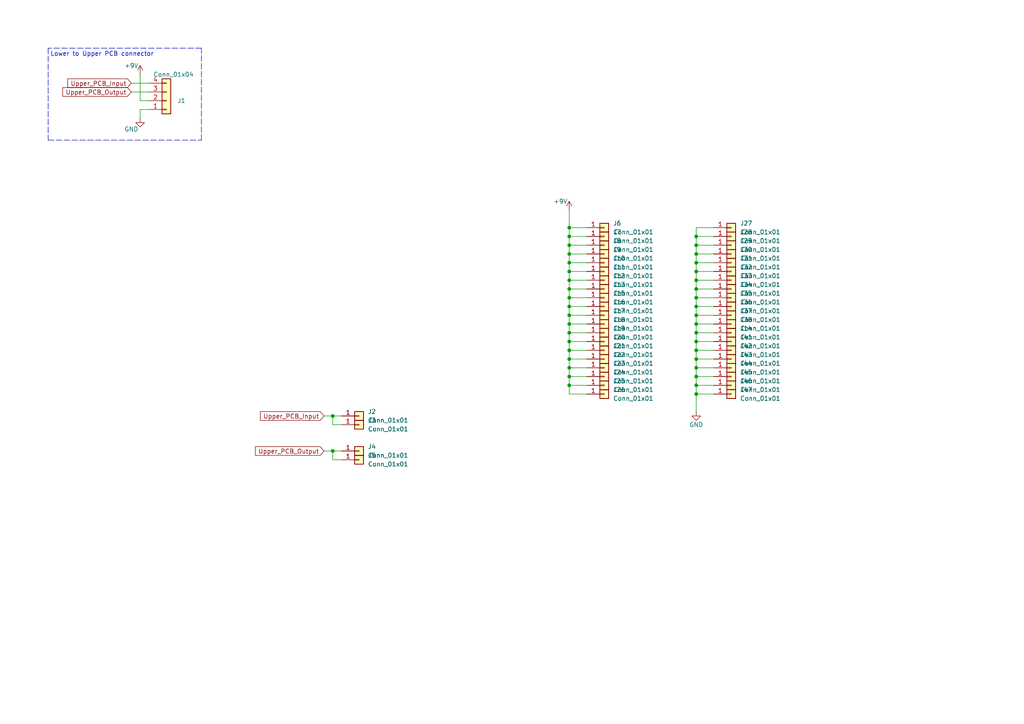
<source format=kicad_sch>
(kicad_sch (version 20211123) (generator eeschema)
  (paper "A4")
  (title_block (title "PedalDev_UpperRaw") (date "2022-02-21") (company "Binary-6"))
  (lib_symbols
    (symbol "Connector_Generic:Conn_01x01" (pin_names (offset 1.016) hide)
      (property "Reference" "J" (at 0 2.54 0))
      (property "Value" "Conn_01x01" (at 0 -2.54 0))
      (symbol "Conn_01x01_1_1"
        (rectangle (start -1.27 0.127) (end 0 -0.127) (stroke (width 0.1524)))
        (rectangle (start -1.27 1.27) (end 1.27 -1.27) (stroke (width 0.254)) (fill (type background)))
        (pin passive line (at -5.08 0 0) (length 3.81) (name "Pin_1") (number "1"))
      )
    )
    (symbol "Connector_Generic:Conn_01x04" (pin_names (offset 1.016) hide)
      (property "Reference" "J" (at 0 5.08 0))
      (property "Value" "Conn_01x04" (at 0 -7.62 0))
      (symbol "Conn_01x04_1_1"
        (rectangle (start -1.27 -4.953) (end 0 -5.207) (stroke (width 0.1524)))
        (rectangle (start -1.27 -2.413) (end 0 -2.667) (stroke (width 0.1524)))
        (rectangle (start -1.27 0.127) (end 0 -0.127) (stroke (width 0.1524)))
        (rectangle (start -1.27 2.667) (end 0 2.413) (stroke (width 0.1524)))
        (rectangle (start -1.27 3.81) (end 1.27 -6.35) (stroke (width 0.254)) (fill (type background)))
        (pin passive line (at -5.08 2.54 0) (length 3.81) (name "Pin_1") (number "1"))
        (pin passive line (at -5.08 0 0) (length 3.81) (name "Pin_2") (number "2"))
        (pin passive line (at -5.08 -2.54 0) (length 3.81) (name "Pin_3") (number "3"))
        (pin passive line (at -5.08 -5.08 0) (length 3.81) (name "Pin_4") (number "4"))
      )
    )
    (symbol "power:+9V" (power) (pin_names (offset 0))
      (property "Value" "+9V" (at 0 3.556 0))
      (symbol "+9V_0_1"
        (polyline (pts (xy -0.762 1.27) (xy 0 2.54)))
        (polyline (pts (xy 0 0) (xy 0 2.54)))
        (polyline (pts (xy 0 2.54) (xy 0.762 1.27)))
      )
      (symbol "+9V_1_1"
        (pin power_in line (at 0 0 90) (length 0) hide (name "+9V") (number "1"))
      )
    )
    (symbol "power:GND" (power) (pin_names (offset 0))
      (property "Value" "GND" (at 0 -3.81 0))
      (symbol "GND_0_1"
        (polyline (pts (xy 0 0) (xy 0 -1.27) (xy 1.27 -1.27) (xy 0 -2.54) (xy -1.27 -1.27) (xy 0 -1.27)))
      )
      (symbol "GND_1_1"
        (pin power_in line (at 0 0 270) (length 0) hide (name "GND") (number "1"))
      )
    )
  )
  (junction (at 201.93 111.76))
  (junction (at 201.93 73.66))
  (junction (at 165.1 88.9))
  (junction (at 201.93 83.82))
  (junction (at 165.1 81.28))
  (junction (at 201.93 76.2))
  (junction (at 201.93 96.52))
  (junction (at 96.52 120.65))
  (junction (at 165.1 96.52))
  (junction (at 201.93 114.3))
  (junction (at 165.1 104.14))
  (junction (at 165.1 71.12))
  (junction (at 201.93 91.44))
  (junction (at 165.1 76.2))
  (junction (at 201.93 93.98))
  (junction (at 165.1 93.98))
  (junction (at 201.93 71.12))
  (junction (at 165.1 68.58))
  (junction (at 165.1 86.36))
  (junction (at 201.93 88.9))
  (junction (at 165.1 83.82))
  (junction (at 165.1 78.74))
  (junction (at 201.93 106.68))
  (junction (at 96.52 130.81))
  (junction (at 165.1 111.76))
  (junction (at 201.93 86.36))
  (junction (at 201.93 99.06))
  (junction (at 201.93 104.14))
  (junction (at 165.1 109.22))
  (junction (at 201.93 109.22))
  (junction (at 201.93 68.58))
  (junction (at 201.93 78.74))
  (junction (at 165.1 66.04))
  (junction (at 165.1 106.68))
  (junction (at 201.93 101.6))
  (junction (at 165.1 99.06))
  (junction (at 201.93 81.28))
  (junction (at 165.1 73.66))
  (junction (at 165.1 101.6))
  (junction (at 165.1 91.44))
  (polyline (pts (xy 58.42 40.64) (xy 58.42 13.97)))
  (wire (pts (xy 43.18 31.75) (xy 40.64 31.75)))
  (wire (pts (xy 170.18 106.68) (xy 165.1 106.68)))
  (wire (pts (xy 201.93 66.04) (xy 201.93 68.58)))
  (wire (pts (xy 201.93 104.14) (xy 201.93 106.68)))
  (wire (pts (xy 170.18 78.74) (xy 165.1 78.74)))
  (wire (pts (xy 201.93 71.12) (xy 201.93 73.66)))
  (wire (pts (xy 201.93 68.58) (xy 201.93 71.12)))
  (wire (pts (xy 165.1 88.9) (xy 165.1 91.44)))
  (wire (pts (xy 201.93 83.82) (xy 201.93 86.36)))
  (wire (pts (xy 207.01 78.74) (xy 201.93 78.74)))
  (wire (pts (xy 207.01 71.12) (xy 201.93 71.12)))
  (wire (pts (xy 201.93 96.52) (xy 201.93 99.06)))
  (wire (pts (xy 170.18 81.28) (xy 165.1 81.28)))
  (wire (pts (xy 40.64 21.59) (xy 40.64 29.21)))
  (wire (pts (xy 170.18 71.12) (xy 165.1 71.12)))
  (wire (pts (xy 165.1 83.82) (xy 165.1 86.36)))
  (wire (pts (xy 170.18 88.9) (xy 165.1 88.9)))
  (wire (pts (xy 207.01 101.6) (xy 201.93 101.6)))
  (wire (pts (xy 170.18 73.66) (xy 165.1 73.66)))
  (wire (pts (xy 207.01 76.2) (xy 201.93 76.2)))
  (wire (pts (xy 96.52 123.19) (xy 96.52 120.65)))
  (wire (pts (xy 170.18 114.3) (xy 165.1 114.3)))
  (wire (pts (xy 201.93 91.44) (xy 201.93 93.98)))
  (wire (pts (xy 170.18 68.58) (xy 165.1 68.58)))
  (wire (pts (xy 207.01 106.68) (xy 201.93 106.68)))
  (polyline (pts (xy 13.97 40.64) (xy 58.42 40.64)))
  (wire (pts (xy 170.18 76.2) (xy 165.1 76.2)))
  (wire (pts (xy 165.1 104.14) (xy 170.18 104.14)))
  (wire (pts (xy 207.01 66.04) (xy 201.93 66.04)))
  (wire (pts (xy 207.01 73.66) (xy 201.93 73.66)))
  (wire (pts (xy 207.01 88.9) (xy 201.93 88.9)))
  (wire (pts (xy 99.06 133.35) (xy 96.52 133.35)))
  (wire (pts (xy 165.1 96.52) (xy 170.18 96.52)))
  (wire (pts (xy 165.1 73.66) (xy 165.1 71.12)))
  (polyline (pts (xy 58.42 13.97) (xy 13.97 13.97)))
  (wire (pts (xy 207.01 109.22) (xy 201.93 109.22)))
  (wire (pts (xy 201.93 81.28) (xy 201.93 83.82)))
  (wire (pts (xy 201.93 111.76) (xy 201.93 114.3)))
  (wire (pts (xy 201.93 78.74) (xy 201.93 81.28)))
  (wire (pts (xy 207.01 96.52) (xy 201.93 96.52)))
  (wire (pts (xy 165.1 83.82) (xy 165.1 81.28)))
  (wire (pts (xy 201.93 88.9) (xy 201.93 91.44)))
  (wire (pts (xy 165.1 93.98) (xy 165.1 96.52)))
  (wire (pts (xy 207.01 81.28) (xy 201.93 81.28)))
  (wire (pts (xy 165.1 73.66) (xy 165.1 76.2)))
  (wire (pts (xy 96.52 120.65) (xy 99.06 120.65)))
  (wire (pts (xy 170.18 83.82) (xy 165.1 83.82)))
  (wire (pts (xy 207.01 83.82) (xy 201.93 83.82)))
  (wire (pts (xy 93.98 130.81) (xy 96.52 130.81)))
  (wire (pts (xy 201.93 109.22) (xy 201.93 111.76)))
  (wire (pts (xy 165.1 111.76) (xy 165.1 109.22)))
  (wire (pts (xy 38.1 26.67) (xy 43.18 26.67)))
  (wire (pts (xy 201.93 93.98) (xy 207.01 93.98)))
  (wire (pts (xy 165.1 71.12) (xy 165.1 68.58)))
  (wire (pts (xy 165.1 99.06) (xy 165.1 101.6)))
  (wire (pts (xy 165.1 86.36) (xy 170.18 86.36)))
  (wire (pts (xy 207.01 91.44) (xy 201.93 91.44)))
  (wire (pts (xy 170.18 66.04) (xy 165.1 66.04)))
  (wire (pts (xy 207.01 99.06) (xy 201.93 99.06)))
  (wire (pts (xy 201.93 76.2) (xy 201.93 78.74)))
  (wire (pts (xy 165.1 81.28) (xy 165.1 78.74)))
  (wire (pts (xy 40.64 31.75) (xy 40.64 34.29)))
  (wire (pts (xy 93.98 120.65) (xy 96.52 120.65)))
  (wire (pts (xy 201.93 101.6) (xy 201.93 104.14)))
  (wire (pts (xy 201.93 119.38) (xy 201.93 114.3)))
  (wire (pts (xy 207.01 68.58) (xy 201.93 68.58)))
  (wire (pts (xy 165.1 68.58) (xy 165.1 66.04)))
  (wire (pts (xy 201.93 73.66) (xy 201.93 76.2)))
  (wire (pts (xy 38.1 24.13) (xy 43.18 24.13)))
  (wire (pts (xy 165.1 99.06) (xy 170.18 99.06)))
  (wire (pts (xy 207.01 104.14) (xy 201.93 104.14)))
  (wire (pts (xy 165.1 91.44) (xy 170.18 91.44)))
  (wire (pts (xy 170.18 109.22) (xy 165.1 109.22)))
  (wire (pts (xy 165.1 114.3) (xy 165.1 111.76)))
  (wire (pts (xy 165.1 66.04) (xy 165.1 60.96)))
  (wire (pts (xy 96.52 133.35) (xy 96.52 130.81)))
  (wire (pts (xy 201.93 96.52) (xy 201.93 93.98)))
  (wire (pts (xy 99.06 123.19) (xy 96.52 123.19)))
  (wire (pts (xy 165.1 101.6) (xy 170.18 101.6)))
  (wire (pts (xy 96.52 130.81) (xy 99.06 130.81)))
  (wire (pts (xy 201.93 106.68) (xy 201.93 109.22)))
  (wire (pts (xy 201.93 86.36) (xy 201.93 88.9)))
  (wire (pts (xy 201.93 114.3) (xy 207.01 114.3)))
  (wire (pts (xy 165.1 93.98) (xy 165.1 91.44)))
  (wire (pts (xy 40.64 29.21) (xy 43.18 29.21)))
  (wire (pts (xy 201.93 99.06) (xy 201.93 101.6)))
  (wire (pts (xy 165.1 96.52) (xy 165.1 99.06)))
  (wire (pts (xy 165.1 78.74) (xy 165.1 76.2)))
  (wire (pts (xy 165.1 109.22) (xy 165.1 106.68)))
  (wire (pts (xy 207.01 86.36) (xy 201.93 86.36)))
  (wire (pts (xy 170.18 111.76) (xy 165.1 111.76)))
  (wire (pts (xy 165.1 88.9) (xy 165.1 86.36)))
  (wire (pts (xy 165.1 101.6) (xy 165.1 104.14)))
  (wire (pts (xy 207.01 111.76) (xy 201.93 111.76)))
  (wire (pts (xy 170.18 93.98) (xy 165.1 93.98)))
  (polyline (pts (xy 13.97 13.97) (xy 13.97 40.64)))
  (wire (pts (xy 165.1 106.68) (xy 165.1 104.14)))
  (text "Lower to Upper PCB connector" (at 14.605 16.51 0) (effects (font (size 1.27 1.27)) (justify left bottom)))
  (global_label "Upper_PCB_Input" (shape input) (at 38.1 24.13 180) (property "Intersheet References" "${INTERSHEET_REFS}" (effects hide)))
  (global_label "Upper_PCB_Output" (shape input) (at 93.98 130.81 180) (property "Intersheet References" "${INTERSHEET_REFS}" (effects hide)))
  (global_label "Upper_PCB_Input" (shape input) (at 93.98 120.65 180) (property "Intersheet References" "${INTERSHEET_REFS}" (effects hide)))
  (global_label "Upper_PCB_Output" (shape input) (at 38.1 26.67 180) (property "Intersheet References" "${INTERSHEET_REFS}" (effects hide)))
  (symbol (lib_id "Connector_Generic:Conn_01x01") (at 104.14 133.35 0) (unit 1)
    (property "Reference" "J5" (at 106.68 132.0799 0) (effects (justify left)))
    (property "Value" "Conn_01x01" (at 106.68 134.6199 0) (effects (justify left)))
    (property "Footprint" "MeineBib:Protopin_Small" (effects hide))
  )
  (symbol (lib_id "Connector_Generic:Conn_01x01") (at 212.09 83.82 0) (unit 1)
    (property "Reference" "J34" (at 214.63 82.5499 0) (effects (justify left)))
    (property "Value" "Conn_01x01" (at 214.63 85.0899 0) (effects (justify left)))
    (property "Footprint" "MeineBib:Protopin_Small" (effects hide))
  )
  (symbol (lib_id "Connector_Generic:Conn_01x01") (at 212.09 78.74 0) (unit 1)
    (property "Reference" "J32" (at 214.63 77.4699 0) (effects (justify left)))
    (property "Value" "Conn_01x01" (at 214.63 80.0099 0) (effects (justify left)))
    (property "Footprint" "MeineBib:Protopin_Small" (effects hide))
  )
  (symbol (lib_id "Connector_Generic:Conn_01x01") (at 212.09 71.12 0) (unit 1)
    (property "Reference" "J29" (at 214.63 69.8499 0) (effects (justify left)))
    (property "Value" "Conn_01x01" (at 214.63 72.3899 0) (effects (justify left)))
    (property "Footprint" "MeineBib:Protopin_Small" (effects hide))
  )
  (symbol (lib_id "Connector_Generic:Conn_01x01") (at 212.09 76.2 0) (unit 1)
    (property "Reference" "J31" (at 214.63 74.9299 0) (effects (justify left)))
    (property "Value" "Conn_01x01" (at 214.63 77.4699 0) (effects (justify left)))
    (property "Footprint" "MeineBib:Protopin_Small" (effects hide))
  )
  (symbol (lib_id "Connector_Generic:Conn_01x01") (at 175.26 81.28 0) (unit 1)
    (property "Reference" "J12" (at 177.8 80.0099 0) (effects (justify left)))
    (property "Value" "Conn_01x01" (at 177.8 82.5499 0) (effects (justify left)))
    (property "Footprint" "MeineBib:Protopin_Small" (effects hide))
  )
  (symbol (lib_id "Connector_Generic:Conn_01x01") (at 175.26 114.3 0) (unit 1)
    (property "Reference" "J26" (at 177.8 113.0299 0) (effects (justify left)))
    (property "Value" "Conn_01x01" (at 177.8 115.5699 0) (effects (justify left)))
    (property "Footprint" "MeineBib:Protopin_Small" (effects hide))
  )
  (symbol (lib_id "Connector_Generic:Conn_01x01") (at 104.14 123.19 0) (unit 1)
    (property "Reference" "J3" (at 106.68 121.9199 0) (effects (justify left)))
    (property "Value" "Conn_01x01" (at 106.68 124.4599 0) (effects (justify left)))
    (property "Footprint" "MeineBib:Protopin_Small" (effects hide))
  )
  (symbol (lib_id "Connector_Generic:Conn_01x01") (at 175.26 71.12 0) (unit 1)
    (property "Reference" "J8" (at 177.8 69.8499 0) (effects (justify left)))
    (property "Value" "Conn_01x01" (at 177.8 72.3899 0) (effects (justify left)))
    (property "Footprint" "MeineBib:Protopin_Small" (effects hide))
  )
  (symbol (lib_id "Connector_Generic:Conn_01x01") (at 212.09 99.06 0) (unit 1)
    (property "Reference" "J41" (at 214.63 97.7899 0) (effects (justify left)))
    (property "Value" "Conn_01x01" (at 214.63 100.3299 0) (effects (justify left)))
    (property "Footprint" "MeineBib:Protopin_Small" (effects hide))
  )
  (symbol (lib_id "Connector_Generic:Conn_01x01") (at 212.09 66.04 0) (unit 1)
    (property "Reference" "J27" (at 214.63 64.7699 0) (effects (justify left)))
    (property "Value" "Conn_01x01" (at 214.63 67.3099 0) (effects (justify left)))
    (property "Footprint" "MeineBib:Protopin_Small" (effects hide))
  )
  (symbol (lib_id "Connector_Generic:Conn_01x01") (at 212.09 86.36 0) (unit 1)
    (property "Reference" "J35" (at 214.63 85.0899 0) (effects (justify left)))
    (property "Value" "Conn_01x01" (at 214.63 87.6299 0) (effects (justify left)))
    (property "Footprint" "MeineBib:Protopin_Small" (effects hide))
  )
  (symbol (lib_id "Connector_Generic:Conn_01x04") (at 48.26 29.21 0) (mirror x) (unit 1)
    (property "Reference" "J1" (at 51.435 29.2101 0) (effects (justify left)))
    (property "Value" "Conn_01x04" (at 44.45 21.59 0) (effects (justify left)))
    (property "Footprint" "Connector_JST:JST_XH_B4B-XH-A_1x04_P2.50mm_Vertical" (effects hide))
    (property "LCSC^" "C144395" (effects hide))
  )
  (symbol (lib_id "power:GND") (at 40.64 34.29 0) (unit 1)
    (property "Reference" "#PWR04" (effects hide))
    (property "Value" "GND" (at 38.1 37.465 0))
  )
  (symbol (lib_id "Connector_Generic:Conn_01x01") (at 212.09 93.98 0) (unit 1)
    (property "Reference" "J38" (at 214.63 92.7099 0) (effects (justify left)))
    (property "Value" "Conn_01x01" (at 214.63 95.2499 0) (effects (justify left)))
    (property "Footprint" "MeineBib:Protopin_Small" (effects hide))
  )
  (symbol (lib_id "Connector_Generic:Conn_01x01") (at 175.26 78.74 0) (unit 1)
    (property "Reference" "J11" (at 177.8 77.4699 0) (effects (justify left)))
    (property "Value" "Conn_01x01" (at 177.8 80.0099 0) (effects (justify left)))
    (property "Footprint" "MeineBib:Protopin_Small" (effects hide))
  )
  (symbol (lib_id "Connector_Generic:Conn_01x01") (at 212.09 101.6 0) (unit 1)
    (property "Reference" "J42" (at 214.63 100.3299 0) (effects (justify left)))
    (property "Value" "Conn_01x01" (at 214.63 102.8699 0) (effects (justify left)))
    (property "Footprint" "MeineBib:Protopin_Small" (effects hide))
  )
  (symbol (lib_id "Connector_Generic:Conn_01x01") (at 175.26 106.68 0) (unit 1)
    (property "Reference" "J23" (at 177.8 105.4099 0) (effects (justify left)))
    (property "Value" "Conn_01x01" (at 177.8 107.9499 0) (effects (justify left)))
    (property "Footprint" "MeineBib:Protopin_Small" (effects hide))
  )
  (symbol (lib_id "Connector_Generic:Conn_01x01") (at 175.26 111.76 0) (unit 1)
    (property "Reference" "J25" (at 177.8 110.4899 0) (effects (justify left)))
    (property "Value" "Conn_01x01" (at 177.8 113.0299 0) (effects (justify left)))
    (property "Footprint" "MeineBib:Protopin_Small" (effects hide))
  )
  (symbol (lib_id "Connector_Generic:Conn_01x01") (at 175.26 68.58 0) (unit 1)
    (property "Reference" "J7" (at 177.8 67.3099 0) (effects (justify left)))
    (property "Value" "Conn_01x01" (at 177.8 69.8499 0) (effects (justify left)))
    (property "Footprint" "MeineBib:Protopin_Small" (effects hide))
  )
  (symbol (lib_id "Connector_Generic:Conn_01x01") (at 212.09 68.58 0) (unit 1)
    (property "Reference" "J28" (at 214.63 67.3099 0) (effects (justify left)))
    (property "Value" "Conn_01x01" (at 214.63 69.8499 0) (effects (justify left)))
    (property "Footprint" "MeineBib:Protopin_Small" (effects hide))
  )
  (symbol (lib_id "Connector_Generic:Conn_01x01") (at 175.26 101.6 0) (unit 1)
    (property "Reference" "J21" (at 177.8 100.3299 0) (effects (justify left)))
    (property "Value" "Conn_01x01" (at 177.8 102.8699 0) (effects (justify left)))
    (property "Footprint" "MeineBib:Protopin_Small" (effects hide))
  )
  (symbol (lib_id "Connector_Generic:Conn_01x01") (at 212.09 114.3 0) (unit 1)
    (property "Reference" "J47" (at 214.63 113.0299 0) (effects (justify left)))
    (property "Value" "Conn_01x01" (at 214.63 115.5699 0) (effects (justify left)))
    (property "Footprint" "MeineBib:Protopin_Small" (effects hide))
  )
  (symbol (lib_id "Connector_Generic:Conn_01x01") (at 175.26 83.82 0) (unit 1)
    (property "Reference" "J13" (at 177.8 82.5499 0) (effects (justify left)))
    (property "Value" "Conn_01x01" (at 177.8 85.0899 0) (effects (justify left)))
    (property "Footprint" "MeineBib:Protopin_Small" (effects hide))
  )
  (symbol (lib_id "Connector_Generic:Conn_01x01") (at 212.09 91.44 0) (unit 1)
    (property "Reference" "J37" (at 214.63 90.1699 0) (effects (justify left)))
    (property "Value" "Conn_01x01" (at 214.63 92.7099 0) (effects (justify left)))
    (property "Footprint" "MeineBib:Protopin_Small" (effects hide))
  )
  (symbol (lib_id "Connector_Generic:Conn_01x01") (at 175.26 76.2 0) (unit 1)
    (property "Reference" "J10" (at 177.8 74.9299 0) (effects (justify left)))
    (property "Value" "Conn_01x01" (at 177.8 77.4699 0) (effects (justify left)))
    (property "Footprint" "MeineBib:Protopin_Small" (effects hide))
  )
  (symbol (lib_id "Connector_Generic:Conn_01x01") (at 175.26 96.52 0) (unit 1)
    (property "Reference" "J19" (at 177.8 95.2499 0) (effects (justify left)))
    (property "Value" "Conn_01x01" (at 177.8 97.7899 0) (effects (justify left)))
    (property "Footprint" "MeineBib:Protopin_Small" (effects hide))
  )
  (symbol (lib_id "Connector_Generic:Conn_01x01") (at 212.09 73.66 0) (unit 1)
    (property "Reference" "J30" (at 214.63 72.3899 0) (effects (justify left)))
    (property "Value" "Conn_01x01" (at 214.63 74.9299 0) (effects (justify left)))
    (property "Footprint" "MeineBib:Protopin_Small" (effects hide))
  )
  (symbol (lib_id "Connector_Generic:Conn_01x01") (at 175.26 99.06 0) (unit 1)
    (property "Reference" "J20" (at 177.8 97.7899 0) (effects (justify left)))
    (property "Value" "Conn_01x01" (at 177.8 100.3299 0) (effects (justify left)))
    (property "Footprint" "MeineBib:Protopin_Small" (effects hide))
  )
  (symbol (lib_id "Connector_Generic:Conn_01x01") (at 212.09 111.76 0) (unit 1)
    (property "Reference" "J46" (at 214.63 110.4899 0) (effects (justify left)))
    (property "Value" "Conn_01x01" (at 214.63 113.0299 0) (effects (justify left)))
    (property "Footprint" "MeineBib:Protopin_Small" (effects hide))
  )
  (symbol (lib_id "Connector_Generic:Conn_01x01") (at 175.26 91.44 0) (unit 1)
    (property "Reference" "J17" (at 177.8 90.1699 0) (effects (justify left)))
    (property "Value" "Conn_01x01" (at 177.8 92.7099 0) (effects (justify left)))
    (property "Footprint" "MeineBib:Protopin_Small" (effects hide))
  )
  (symbol (lib_id "Connector_Generic:Conn_01x01") (at 175.26 104.14 0) (unit 1)
    (property "Reference" "J22" (at 177.8 102.8699 0) (effects (justify left)))
    (property "Value" "Conn_01x01" (at 177.8 105.4099 0) (effects (justify left)))
    (property "Footprint" "MeineBib:Protopin_Small" (effects hide))
  )
  (symbol (lib_id "Connector_Generic:Conn_01x01") (at 175.26 109.22 0) (unit 1)
    (property "Reference" "J24" (at 177.8 107.9499 0) (effects (justify left)))
    (property "Value" "Conn_01x01" (at 177.8 110.4899 0) (effects (justify left)))
    (property "Footprint" "MeineBib:Protopin_Small" (effects hide))
  )
  (symbol (lib_id "Connector_Generic:Conn_01x01") (at 212.09 104.14 0) (unit 1)
    (property "Reference" "J43" (at 214.63 102.8699 0) (effects (justify left)))
    (property "Value" "Conn_01x01" (at 214.63 105.4099 0) (effects (justify left)))
    (property "Footprint" "MeineBib:Protopin_Small" (effects hide))
  )
  (symbol (lib_id "Connector_Generic:Conn_01x01") (at 104.14 130.81 0) (unit 1)
    (property "Reference" "J4" (at 106.68 129.5399 0) (effects (justify left)))
    (property "Value" "Conn_01x01" (at 106.68 132.0799 0) (effects (justify left)))
    (property "Footprint" "MeineBib:Protopin_Small" (effects hide))
  )
  (symbol (lib_id "Connector_Generic:Conn_01x01") (at 175.26 86.36 0) (unit 1)
    (property "Reference" "J15" (at 177.8 85.0899 0) (effects (justify left)))
    (property "Value" "Conn_01x01" (at 177.8 87.6299 0) (effects (justify left)))
    (property "Footprint" "MeineBib:Protopin_Small" (effects hide))
  )
  (symbol (lib_id "Connector_Generic:Conn_01x01") (at 104.14 120.65 0) (unit 1)
    (property "Reference" "J2" (at 106.68 119.3799 0) (effects (justify left)))
    (property "Value" "Conn_01x01" (at 106.68 121.9199 0) (effects (justify left)))
    (property "Footprint" "MeineBib:Protopin_Small" (effects hide))
  )
  (symbol (lib_id "Connector_Generic:Conn_01x01") (at 212.09 81.28 0) (unit 1)
    (property "Reference" "J33" (at 214.63 80.0099 0) (effects (justify left)))
    (property "Value" "Conn_01x01" (at 214.63 82.5499 0) (effects (justify left)))
    (property "Footprint" "MeineBib:Protopin_Small" (effects hide))
  )
  (symbol (lib_id "Connector_Generic:Conn_01x01") (at 175.26 93.98 0) (unit 1)
    (property "Reference" "J18" (at 177.8 92.7099 0) (effects (justify left)))
    (property "Value" "Conn_01x01" (at 177.8 95.2499 0) (effects (justify left)))
    (property "Footprint" "MeineBib:Protopin_Small" (effects hide))
  )
  (symbol (lib_id "power:GND") (at 201.93 119.38 0) (unit 1)
    (property "Reference" "#PWR0102" (effects hide))
    (property "Value" "GND" (at 201.93 123.19 0))
  )
  (symbol (lib_id "power:+9V") (at 165.1 60.96 0) (unit 1)
    (property "Reference" "#PWR0101" (effects hide))
    (property "Value" "+9V" (at 162.56 58.42 0))
  )
  (symbol (lib_id "Connector_Generic:Conn_01x01") (at 175.26 66.04 0) (unit 1)
    (property "Reference" "J6" (at 177.8 64.7699 0) (effects (justify left)))
    (property "Value" "Conn_01x01" (at 177.8 67.3099 0) (effects (justify left)))
    (property "Footprint" "MeineBib:Protopin_Small" (effects hide))
  )
  (symbol (lib_id "Connector_Generic:Conn_01x01") (at 175.26 88.9 0) (unit 1)
    (property "Reference" "J16" (at 177.8 87.6299 0) (effects (justify left)))
    (property "Value" "Conn_01x01" (at 177.8 90.1699 0) (effects (justify left)))
    (property "Footprint" "MeineBib:Protopin_Small" (effects hide))
  )
  (symbol (lib_id "Connector_Generic:Conn_01x01") (at 212.09 109.22 0) (unit 1)
    (property "Reference" "J45" (at 214.63 107.9499 0) (effects (justify left)))
    (property "Value" "Conn_01x01" (at 214.63 110.4899 0) (effects (justify left)))
    (property "Footprint" "MeineBib:Protopin_Small" (effects hide))
  )
  (symbol (lib_id "Connector_Generic:Conn_01x01") (at 175.26 73.66 0) (unit 1)
    (property "Reference" "J9" (at 177.8 72.3899 0) (effects (justify left)))
    (property "Value" "Conn_01x01" (at 177.8 74.9299 0) (effects (justify left)))
    (property "Footprint" "MeineBib:Protopin_Small" (effects hide))
  )
  (symbol (lib_id "Connector_Generic:Conn_01x01") (at 212.09 88.9 0) (unit 1)
    (property "Reference" "J36" (at 214.63 87.6299 0) (effects (justify left)))
    (property "Value" "Conn_01x01" (at 214.63 90.1699 0) (effects (justify left)))
    (property "Footprint" "MeineBib:Protopin_Small" (effects hide))
  )
  (symbol (lib_id "power:+9V") (at 40.64 21.59 0) (unit 1)
    (property "Reference" "#PWR03" (effects hide))
    (property "Value" "+9V" (at 38.1 19.05 0))
  )
  (symbol (lib_id "Connector_Generic:Conn_01x01") (at 212.09 96.52 0) (unit 1)
    (property "Reference" "J14" (at 214.63 95.2499 0) (effects (justify left)))
    (property "Value" "Conn_01x01" (at 214.63 97.7899 0) (effects (justify left)))
    (property "Footprint" "MeineBib:Protopin_Small" (effects hide))
  )
  (symbol (lib_id "Connector_Generic:Conn_01x01") (at 212.09 106.68 0) (unit 1)
    (property "Reference" "J44" (at 214.63 105.4099 0) (effects (justify left)))
    (property "Value" "Conn_01x01" (at 214.63 107.9499 0) (effects (justify left)))
    (property "Footprint" "MeineBib:Protopin_Small" (effects hide))
  )
)
</source>
